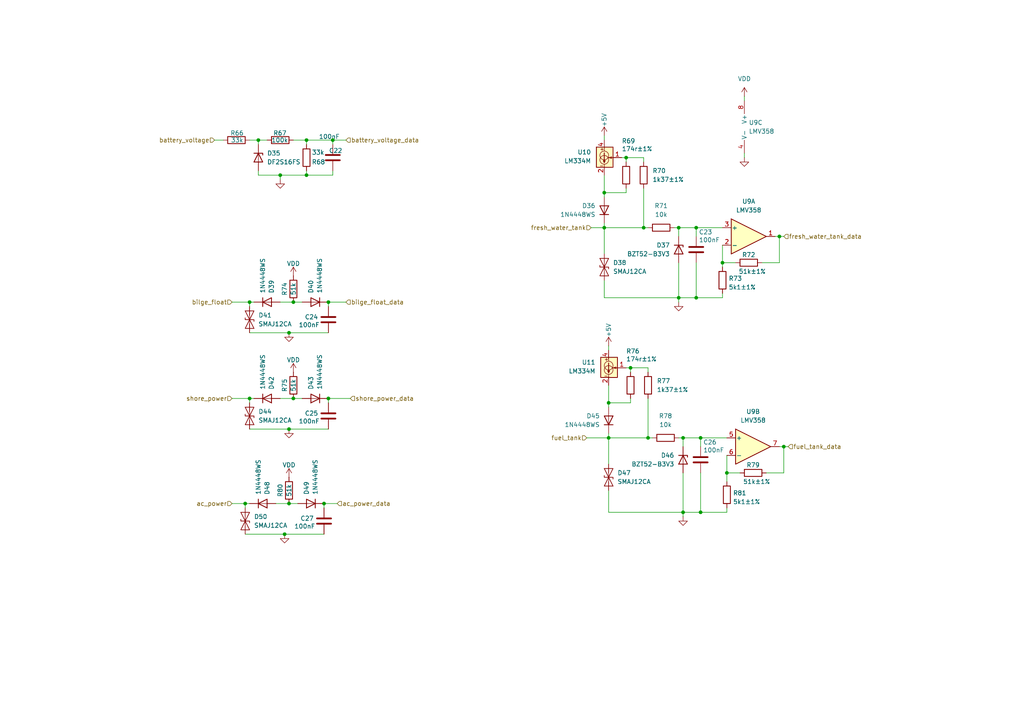
<source format=kicad_sch>
(kicad_sch (version 20250114) (generator "eeschema") (generator_version "9.0")
  (paper "A4")
  (lib_symbols
    (symbol "Amplifier_Operational:LMV358" (pin_names (offset 0.127))
      (property "Reference" "U" (at 0 5.08 0))
      (property "Value" "LMV358" (at 0 -5.08 0))
      (symbol "LMV358_1_1"
        (polyline (pts (xy -5.08 5.08) (xy 5.08 0) (xy -5.08 -5.08) (xy -5.08 5.08)) (stroke (width 0.254)) (fill (type background)))
        (pin input line (at -7.62 2.54 0) (length 2.54) (name "+") (number "3"))
        (pin input line (at -7.62 -2.54 0) (length 2.54) (name "-") (number "2"))
        (pin output line (at 7.62 0 180) (length 2.54) (name "~") (number "1"))
      )
      (symbol "LMV358_2_1"
        (polyline (pts (xy -5.08 5.08) (xy 5.08 0) (xy -5.08 -5.08) (xy -5.08 5.08)) (stroke (width 0.254)) (fill (type background)))
        (pin input line (at -7.62 2.54 0) (length 2.54) (name "+") (number "5"))
        (pin input line (at -7.62 -2.54 0) (length 2.54) (name "-") (number "6"))
        (pin output line (at 7.62 0 180) (length 2.54) (name "~") (number "7"))
      )
      (symbol "LMV358_3_1"
        (pin power_in line (at -2.54 7.62 270) (length 3.81) (name "V+") (number "8"))
        (pin power_in line (at -2.54 -7.62 90) (length 3.81) (name "V-") (number "4"))
      )
    )
    (symbol "Device:C" (pin_numbers (hide yes)) (pin_names (offset 0.254))
      (property "Reference" "C" (at 0.635 2.54 0))
      (property "Value" "C" (at 0.635 -2.54 0))
      (symbol "C_0_1"
        (polyline (pts (xy -2.032 0.762) (xy 2.032 0.762)) (stroke (width 0.508)))
        (polyline (pts (xy -2.032 -0.762) (xy 2.032 -0.762)) (stroke (width 0.508)))
      )
      (symbol "C_1_1"
        (pin passive line (at 0 3.81 270) (length 2.794) (name "~") (number "1"))
        (pin passive line (at 0 -3.81 90) (length 2.794) (name "~") (number "2"))
      )
    )
    (symbol "Device:D_Zener" (pin_numbers (hide yes)) (pin_names (offset 1.016) (hide yes))
      (property "Reference" "D" (at 0 2.54 0))
      (property "Value" "D_Zener" (at 0 -2.54 0))
      (symbol "D_Zener_0_1"
        (polyline (pts (xy -1.27 -1.27) (xy -1.27 1.27) (xy -0.762 1.27)) (stroke (width 0.254)))
        (polyline (pts (xy 1.27 0) (xy -1.27 0)))
        (polyline (pts (xy 1.27 -1.27) (xy 1.27 1.27) (xy -1.27 0) (xy 1.27 -1.27)) (stroke (width 0.254)))
      )
      (symbol "D_Zener_1_1"
        (pin passive line (at -3.81 0 0) (length 2.54) (name "K") (number "1"))
        (pin passive line (at 3.81 0 180) (length 2.54) (name "A") (number "2"))
      )
    )
    (symbol "Device:R" (pin_numbers (hide yes)) (pin_names (offset 0))
      (property "Reference" "R" (at 2.032 0 90))
      (property "Value" "R" (at 0 0 90))
      (symbol "R_0_1"
        (rectangle (start -1.016 -2.54) (end 1.016 2.54) (stroke (width 0.254)))
      )
      (symbol "R_1_1"
        (pin passive line (at 0 3.81 270) (length 1.27) (name "~") (number "1"))
        (pin passive line (at 0 -3.81 90) (length 1.27) (name "~") (number "2"))
      )
    )
    (symbol "Diode:1N4448WS" (pin_numbers (hide yes)) (pin_names (hide yes))
      (property "Reference" "D" (at 0 2.54 0))
      (property "Value" "1N4448WS" (at 0 -2.54 0))
      (symbol "1N4448WS_0_1"
        (polyline (pts (xy -1.27 1.27) (xy -1.27 -1.27)) (stroke (width 0.254)))
        (polyline (pts (xy 1.27 1.27) (xy 1.27 -1.27) (xy -1.27 0) (xy 1.27 1.27)) (stroke (width 0.254)))
        (polyline (pts (xy 1.27 0) (xy -1.27 0)))
      )
      (symbol "1N4448WS_1_1"
        (pin passive line (at -3.81 0 0) (length 2.54) (name "K") (number "1"))
        (pin passive line (at 3.81 0 180) (length 2.54) (name "A") (number "2"))
      )
    )
    (symbol "Diode:BZT52Bxx" (pin_numbers (hide yes)) (pin_names (hide yes))
      (property "Reference" "D" (at 0 2.54 0))
      (property "Value" "BZT52Bxx" (at 0 -2.54 0))
      (symbol "BZT52Bxx_0_1"
        (polyline (pts (xy -1.27 -1.27) (xy -1.27 1.27) (xy -0.762 1.27)) (stroke (width 0.254)))
        (polyline (pts (xy 1.27 0) (xy -1.27 0)))
        (polyline (pts (xy 1.27 -1.27) (xy 1.27 1.27) (xy -1.27 0) (xy 1.27 -1.27)) (stroke (width 0.254)))
      )
      (symbol "BZT52Bxx_1_1"
        (pin passive line (at -3.81 0 0) (length 2.54) (name "K") (number "1"))
        (pin passive line (at 3.81 0 180) (length 2.54) (name "A") (number "2"))
      )
    )
    (symbol "Diode:SMAJ12CA" (pin_numbers (hide yes)) (pin_names (offset 1.016) (hide yes))
      (property "Reference" "D" (at 0 2.54 0))
      (property "Value" "SMAJ12CA" (at 0 -2.54 0))
      (symbol "SMAJ12CA_0_1"
        (polyline (pts (xy -2.54 -1.27) (xy 0 0) (xy -2.54 1.27) (xy -2.54 -1.27)) (stroke (width 0.2032)))
        (polyline (pts (xy 0.508 1.27) (xy 0 1.27) (xy 0 -1.27) (xy -0.508 -1.27)) (stroke (width 0.2032)))
        (polyline (pts (xy 1.27 0) (xy -1.27 0)))
        (polyline (pts (xy 2.54 1.27) (xy 2.54 -1.27) (xy 0 0) (xy 2.54 1.27)) (stroke (width 0.2032)))
      )
      (symbol "SMAJ12CA_1_1"
        (pin passive line (at -3.81 0 0) (length 2.54) (name "A1") (number "1"))
        (pin passive line (at 3.81 0 180) (length 2.54) (name "A2") (number "2"))
      )
    )
    (symbol "Reference_Current:LM334M"
      (property "Reference" "U" (at 0.635 6.35 0))
      (property "Value" "LM334M" (at 0.635 4.445 0))
      (symbol "LM334M_0_1"
        (rectangle (start -2.286 3.048) (end 2.54 -2.794) (stroke (width 0.254)) (fill (type background)))
        (polyline (pts (xy -1.143 -2.413) (xy -0.381 -2.413)))
        (polyline (pts (xy -1.016 2.413) (xy -0.254 2.413)))
        (polyline (pts (xy -0.635 2.794) (xy -0.635 2.032)))
        (polyline (pts (xy 0 3.81) (xy 0 1.905)))
        (polyline (pts (xy 0 1.397) (xy 0 -1.397)) (stroke (width 0.254)))
        (circle (center 0 0.635) (radius 1.27))
        (circle (center 0 -0.635) (radius 1.27))
        (polyline (pts (xy 0 -1.397) (xy -0.254 -0.889) (xy 0.254 -0.889) (xy 0 -1.397)) (stroke (width 0.254)))
        (polyline (pts (xy 0 -1.905) (xy 0 -3.175)))
        (polyline (pts (xy 1.27 0) (xy 2.159 0.254) (xy 2.159 -0.254) (xy 1.27 0)))
        (polyline (pts (xy 5.08 0) (xy 1.27 0)))
      )
      (symbol "LM334M_1_1"
        (pin passive line (at 0 5.08 270) (length 2.54) (name "~") (number "4"))
        (pin passive line (at 0 -5.08 90) (length 2.54) (name "~") (number "2"))
        (pin passive line (at 0 -5.08 90) (length 2.54) (hide yes) (name "~") (number "3"))
        (pin passive line (at 0 -5.08 90) (length 2.54) (hide yes) (name "~") (number "6"))
        (pin passive line (at 0 -5.08 90) (length 2.54) (hide yes) (name "~") (number "7"))
        (pin passive line (at 5.08 0 180) (length 2.54) (name "~") (number "1"))
      )
    )
    (symbol "power:+5V" (power) (pin_numbers (hide yes)) (pin_names (offset 0) (hide yes))
      (property "Value" "+5V" (at 0 3.556 0))
      (symbol "+5V_0_1"
        (polyline (pts (xy -0.762 1.27) (xy 0 2.54)))
        (polyline (pts (xy 0 2.54) (xy 0.762 1.27)))
        (polyline (pts (xy 0 0) (xy 0 2.54)))
      )
      (symbol "+5V_1_1"
        (pin power_in line (at 0 0 90) (length 0) (name "~") (number "1"))
      )
    )
    (symbol "power:GND" (power) (pin_numbers (hide yes)) (pin_names (offset 0) (hide yes))
      (property "Value" "GND" (at 0 -3.81 0))
      (symbol "GND_0_1"
        (polyline (pts (xy 0 0) (xy 0 -1.27) (xy 1.27 -1.27) (xy 0 -2.54) (xy -1.27 -1.27) (xy 0 -1.27)))
      )
      (symbol "GND_1_1"
        (pin power_in line (at 0 0 270) (length 0) (name "~") (number "1"))
      )
    )
    (symbol "power:VDD" (power) (pin_numbers (hide yes)) (pin_names (offset 0) (hide yes))
      (property "Value" "VDD" (at 0 3.556 0))
      (symbol "VDD_0_1"
        (polyline (pts (xy -0.762 1.27) (xy 0 2.54)))
        (polyline (pts (xy 0 2.54) (xy 0.762 1.27)))
        (polyline (pts (xy 0 0) (xy 0 2.54)))
      )
      (symbol "VDD_1_1"
        (pin power_in line (at 0 0 90) (length 0) (name "~") (number "1"))
      )
    )
  )
  (junction (at 210.82 137.16))
  (junction (at 74.93 40.64))
  (junction (at 82.55 154.94))
  (junction (at 83.82 96.52))
  (junction (at 203.2 127))
  (junction (at 186.69 66.04))
  (junction (at 198.12 148.59))
  (junction (at 72.39 87.63))
  (junction (at 93.98 146.05))
  (junction (at 203.2 148.59))
  (junction (at 71.12 146.05))
  (junction (at 88.9 40.64))
  (junction (at 176.53 116.84))
  (junction (at 182.88 106.68))
  (junction (at 83.82 124.46))
  (junction (at 72.39 115.57))
  (junction (at 95.25 87.63))
  (junction (at 187.96 127))
  (junction (at 81.28 50.8))
  (junction (at 201.93 86.36))
  (junction (at 88.9 50.8))
  (junction (at 175.26 66.04))
  (junction (at 226.06 68.58))
  (junction (at 196.85 66.04))
  (junction (at 95.25 115.57))
  (junction (at 85.09 115.57))
  (junction (at 175.26 55.88))
  (junction (at 227.33 129.54))
  (junction (at 201.93 66.04))
  (junction (at 85.09 87.63))
  (junction (at 96.52 40.64))
  (junction (at 181.61 45.72))
  (junction (at 196.85 86.36))
  (junction (at 176.53 127))
  (junction (at 209.55 76.2))
  (junction (at 198.12 127))
  (junction (at 83.82 146.05))
  (wire (pts (xy 176.53 116.84) (xy 176.53 118.11)))
  (wire (pts (xy 203.2 137.16) (xy 203.2 148.59)))
  (wire (pts (xy 93.98 146.05) (xy 97.79 146.05)))
  (wire (pts (xy 187.96 115.57) (xy 187.96 127)))
  (wire (pts (xy 181.61 106.68) (xy 182.88 106.68)))
  (wire (pts (xy 186.69 66.04) (xy 187.96 66.04)))
  (wire (pts (xy 209.55 76.2) (xy 213.36 76.2)))
  (wire (pts (xy 67.31 115.57) (xy 72.39 115.57)))
  (wire (pts (xy 201.93 86.36) (xy 209.55 86.36)))
  (wire (pts (xy 176.53 111.76) (xy 176.53 116.84)))
  (wire (pts (xy 181.61 55.88) (xy 175.26 55.88)))
  (wire (pts (xy 83.82 146.05) (xy 86.36 146.05)))
  (wire (pts (xy 93.98 146.05) (xy 93.98 147.32)))
  (wire (pts (xy 62.23 40.64) (xy 64.77 40.64)))
  (wire (pts (xy 176.53 125.73) (xy 176.53 127)))
  (wire (pts (xy 187.96 127) (xy 189.23 127)))
  (wire (pts (xy 182.88 106.68) (xy 182.88 107.95)))
  (wire (pts (xy 74.93 40.64) (xy 77.47 40.64)))
  (wire (pts (xy 74.93 40.64) (xy 74.93 41.91)))
  (wire (pts (xy 175.26 39.37) (xy 175.26 40.64)))
  (wire (pts (xy 196.85 66.04) (xy 196.85 68.58)))
  (wire (pts (xy 82.55 154.94) (xy 93.98 154.94)))
  (wire (pts (xy 181.61 45.72) (xy 181.61 46.99)))
  (wire (pts (xy 96.52 41.91) (xy 96.52 40.64)))
  (wire (pts (xy 209.55 85.09) (xy 209.55 86.36)))
  (wire (pts (xy 209.55 76.2) (xy 209.55 77.47)))
  (wire (pts (xy 209.55 71.12) (xy 209.55 76.2)))
  (wire (pts (xy 220.98 76.2) (xy 226.06 76.2)))
  (wire (pts (xy 203.2 148.59) (xy 210.82 148.59)))
  (wire (pts (xy 175.26 66.04) (xy 186.69 66.04)))
  (wire (pts (xy 67.31 87.63) (xy 72.39 87.63)))
  (wire (pts (xy 182.88 106.68) (xy 187.96 106.68)))
  (wire (pts (xy 175.26 55.88) (xy 175.26 57.15)))
  (wire (pts (xy 72.39 88.9) (xy 72.39 87.63)))
  (wire (pts (xy 226.06 76.2) (xy 226.06 68.58)))
  (wire (pts (xy 81.28 50.8) (xy 81.28 52.07)))
  (wire (pts (xy 226.06 68.58) (xy 224.79 68.58)))
  (wire (pts (xy 88.9 49.53) (xy 88.9 50.8)))
  (wire (pts (xy 88.9 40.64) (xy 88.9 41.91)))
  (wire (pts (xy 67.31 146.05) (xy 71.12 146.05)))
  (wire (pts (xy 180.34 45.72) (xy 181.61 45.72)))
  (wire (pts (xy 175.26 86.36) (xy 196.85 86.36)))
  (wire (pts (xy 198.12 148.59) (xy 203.2 148.59)))
  (wire (pts (xy 85.09 115.57) (xy 87.63 115.57)))
  (wire (pts (xy 72.39 87.63) (xy 73.66 87.63)))
  (wire (pts (xy 198.12 137.16) (xy 198.12 148.59)))
  (wire (pts (xy 95.25 87.63) (xy 95.25 88.9)))
  (wire (pts (xy 210.82 137.16) (xy 210.82 139.7)))
  (wire (pts (xy 81.28 115.57) (xy 85.09 115.57)))
  (wire (pts (xy 175.26 86.36) (xy 175.26 81.28)))
  (wire (pts (xy 198.12 148.59) (xy 176.53 148.59)))
  (wire (pts (xy 227.33 137.16) (xy 227.33 129.54)))
  (wire (pts (xy 196.85 87.63) (xy 196.85 86.36)))
  (wire (pts (xy 96.52 49.53) (xy 96.52 50.8)))
  (wire (pts (xy 71.12 146.05) (xy 72.39 146.05)))
  (wire (pts (xy 196.85 66.04) (xy 201.93 66.04)))
  (wire (pts (xy 196.85 76.2) (xy 196.85 86.36)))
  (wire (pts (xy 72.39 124.46) (xy 83.82 124.46)))
  (wire (pts (xy 96.52 40.64) (xy 100.33 40.64)))
  (wire (pts (xy 175.26 66.04) (xy 175.26 73.66)))
  (wire (pts (xy 71.12 154.94) (xy 82.55 154.94)))
  (wire (pts (xy 222.25 137.16) (xy 227.33 137.16)))
  (wire (pts (xy 71.12 147.32) (xy 71.12 146.05)))
  (wire (pts (xy 72.39 40.64) (xy 74.93 40.64)))
  (wire (pts (xy 72.39 116.84) (xy 72.39 115.57)))
  (wire (pts (xy 88.9 40.64) (xy 96.52 40.64)))
  (wire (pts (xy 88.9 50.8) (xy 81.28 50.8)))
  (wire (pts (xy 215.9 44.45) (xy 215.9 45.72)))
  (wire (pts (xy 201.93 76.2) (xy 201.93 86.36)))
  (wire (pts (xy 95.25 115.57) (xy 95.25 116.84)))
  (wire (pts (xy 227.33 68.58) (xy 226.06 68.58)))
  (wire (pts (xy 203.2 129.54) (xy 203.2 127)))
  (wire (pts (xy 74.93 50.8) (xy 81.28 50.8)))
  (wire (pts (xy 198.12 127) (xy 198.12 129.54)))
  (wire (pts (xy 175.26 64.77) (xy 175.26 66.04)))
  (wire (pts (xy 181.61 45.72) (xy 186.69 45.72)))
  (wire (pts (xy 80.01 146.05) (xy 83.82 146.05)))
  (wire (pts (xy 210.82 137.16) (xy 214.63 137.16)))
  (wire (pts (xy 215.9 27.94) (xy 215.9 29.21)))
  (wire (pts (xy 88.9 50.8) (xy 96.52 50.8)))
  (wire (pts (xy 228.6 129.54) (xy 227.33 129.54)))
  (wire (pts (xy 203.2 127) (xy 210.82 127)))
  (wire (pts (xy 186.69 54.61) (xy 186.69 66.04)))
  (wire (pts (xy 186.69 46.99) (xy 186.69 45.72)))
  (wire (pts (xy 176.53 127) (xy 187.96 127)))
  (wire (pts (xy 182.88 115.57) (xy 182.88 116.84)))
  (wire (pts (xy 187.96 107.95) (xy 187.96 106.68)))
  (wire (pts (xy 195.58 66.04) (xy 196.85 66.04)))
  (wire (pts (xy 175.26 50.8) (xy 175.26 55.88)))
  (wire (pts (xy 74.93 49.53) (xy 74.93 50.8)))
  (wire (pts (xy 201.93 68.58) (xy 201.93 66.04)))
  (wire (pts (xy 196.85 86.36) (xy 201.93 86.36)))
  (wire (pts (xy 227.33 129.54) (xy 226.06 129.54)))
  (wire (pts (xy 101.6 115.57) (xy 95.25 115.57)))
  (wire (pts (xy 210.82 147.32) (xy 210.82 148.59)))
  (wire (pts (xy 176.53 148.59) (xy 176.53 142.24)))
  (wire (pts (xy 198.12 148.59) (xy 198.12 149.86)))
  (wire (pts (xy 81.28 87.63) (xy 85.09 87.63)))
  (wire (pts (xy 198.12 127) (xy 203.2 127)))
  (wire (pts (xy 176.53 100.33) (xy 176.53 101.6)))
  (wire (pts (xy 176.53 127) (xy 176.53 134.62)))
  (wire (pts (xy 171.45 66.04) (xy 175.26 66.04)))
  (wire (pts (xy 83.82 96.52) (xy 95.25 96.52)))
  (wire (pts (xy 72.39 115.57) (xy 73.66 115.57)))
  (wire (pts (xy 170.18 127) (xy 176.53 127)))
  (wire (pts (xy 181.61 54.61) (xy 181.61 55.88)))
  (wire (pts (xy 72.39 96.52) (xy 83.82 96.52)))
  (wire (pts (xy 182.88 116.84) (xy 176.53 116.84)))
  (wire (pts (xy 85.09 87.63) (xy 87.63 87.63)))
  (wire (pts (xy 95.25 87.63) (xy 100.33 87.63)))
  (wire (pts (xy 83.82 124.46) (xy 95.25 124.46)))
  (wire (pts (xy 201.93 66.04) (xy 209.55 66.04)))
  (wire (pts (xy 85.09 40.64) (xy 88.9 40.64)))
  (wire (pts (xy 196.85 127) (xy 198.12 127)))
  (wire (pts (xy 210.82 132.08) (xy 210.82 137.16)))
  (hierarchical_label "battery_voltage_data" (shape input) (at 100.33 40.64 0))
  (hierarchical_label "fresh_water_tank_data" (shape input) (at 227.33 68.58 0))
  (hierarchical_label "bilge_float" (shape input) (at 67.31 87.63 180))
  (hierarchical_label "battery_voltage" (shape input) (at 62.23 40.64 180))
  (hierarchical_label "bilge_float_data" (shape input) (at 100.33 87.63 0))
  (hierarchical_label "shore_power_data" (shape input) (at 101.6 115.57 0))
  (hierarchical_label "fuel_tank_data" (shape input) (at 228.6 129.54 0))
  (hierarchical_label "fuel_tank" (shape input) (at 170.18 127 180))
  (hierarchical_label "ac_power" (shape input) (at 67.31 146.05 180))
  (hierarchical_label "ac_power_data" (shape input) (at 97.79 146.05 0))
  (hierarchical_label "fresh_water_tank" (shape input) (at 171.45 66.04 180))
  (hierarchical_label "shore_power" (shape input) (at 67.31 115.57 180))
  (symbol (lib_id "power:GND") (at 83.82 96.52 0) (unit 1)
    (property "Reference" "#PWR097" (effects (hide yes)))
    (property "Value" "GND" (effects (hide yes)))
    (property "Description" "Power symbol creates a global label with name \"GND\" , ground" (effects (hide yes)))
  )
  (symbol (lib_id "power:VDD") (at 83.82 138.43 0) (unit 1)
    (property "Reference" "#PWR0101" (effects (hide yes)))
    (property "Value" "VDD" (at 83.82 134.874 0))
    (property "Description" "Power symbol creates a global label with name \"VDD\"" (effects (hide yes)))
  )
  (symbol (lib_id "power:GND") (at 83.82 124.46 0) (unit 1)
    (property "Reference" "#PWR0100" (effects (hide yes)))
    (property "Value" "GND" (effects (hide yes)))
    (property "Description" "Power symbol creates a global label with name \"GND\" , ground" (effects (hide yes)))
  )
  (symbol (lib_id "Diode:1N4448WS") (at 76.2 146.05 0) (mirror x) (unit 1)
    (property "Reference" "D48" (at 77.4701 143.51 90) (effects (justify right)))
    (property "Value" "1N4448WS" (at 74.9301 143.51 90) (effects (justify right)))
    (property "Footprint" "Diode_SMD:D_SOD-323_HandSoldering" (effects (hide yes)))
    (property "Datasheet" "https://www.vishay.com/docs/81387/1n4448ws.pdf" (effects (hide yes)))
    (property "Description" "75V 0.15A Small Signal Fast switching Diode, SOD-323" (effects (hide yes)))
    (property "Sim.Device" "D" (effects (hide yes)))
    (property "Sim.Pins" "1=K 2=A" (effects (hide yes)))
  )
  (symbol (lib_id "Diode:1N4448WS") (at 90.17 146.05 180) (unit 1)
    (property "Reference" "D49" (at 88.8999 143.51 90) (effects (justify right)))
    (property "Value" "1N4448WS" (at 91.4399 143.51 90) (effects (justify right)))
    (property "Footprint" "Diode_SMD:D_SOD-323_HandSoldering" (effects (hide yes)))
    (property "Datasheet" "https://www.vishay.com/docs/81387/1n4448ws.pdf" (effects (hide yes)))
    (property "Description" "75V 0.15A Small Signal Fast switching Diode, SOD-323" (effects (hide yes)))
    (property "Sim.Device" "D" (effects (hide yes)))
    (property "Sim.Pins" "1=K 2=A" (effects (hide yes)))
  )
  (symbol (lib_id "Diode:SMAJ12CA") (at 176.53 138.43 90) (unit 1)
    (property "Reference" "D47" (at 179.07 137.1599 90) (effects (justify right)))
    (property "Value" "SMAJ12CA" (at 179.07 139.6999 90) (effects (justify right)))
    (property "Footprint" "Diode_SMD:D_SMA" (effects (hide yes)))
    (property "Datasheet" "https://www.littelfuse.com/media?resourcetype=datasheets&itemid=75e32973-b177-4ee3-a0ff-cedaf1abdb93&filename=smaj-datasheet" (effects (hide yes)))
    (property "Description" "400W bidirectional Transient Voltage Suppressor, 12.0Vr, SMA(DO-214AC)" (effects (hide yes)))
  )
  (symbol (lib_id "Diode:1N4448WS") (at 77.47 87.63 0) (mirror x) (unit 1)
    (property "Reference" "D39" (at 78.7401 85.09 90) (effects (justify right)))
    (property "Value" "1N4448WS" (at 76.2001 85.09 90) (effects (justify right)))
    (property "Footprint" "Diode_SMD:D_SOD-323_HandSoldering" (effects (hide yes)))
    (property "Datasheet" "https://www.vishay.com/docs/81387/1n4448ws.pdf" (effects (hide yes)))
    (property "Description" "75V 0.15A Small Signal Fast switching Diode, SOD-323" (effects (hide yes)))
    (property "Sim.Device" "D" (effects (hide yes)))
    (property "Sim.Pins" "1=K 2=A" (effects (hide yes)))
  )
  (symbol (lib_id "Device:R") (at 186.69 50.8 0) (unit 1)
    (property "Reference" "R70" (at 189.23 49.5299 0) (effects (justify left)))
    (property "Value" "1k37±1%" (at 189.23 52.0699 0) (effects (justify left)))
    (property "Footprint" "Resistor_SMD:R_0805_2012Metric_Pad1.20x1.40mm_HandSolder" (effects (hide yes)))
    (property "Description" "Resistor" (effects (hide yes)))
  )
  (symbol (lib_id "Diode:SMAJ12CA") (at 72.39 92.71 90) (unit 1)
    (property "Reference" "D41" (at 74.93 91.4399 90) (effects (justify right)))
    (property "Value" "SMAJ12CA" (at 74.93 93.9799 90) (effects (justify right)))
    (property "Footprint" "Diode_SMD:D_SMA" (effects (hide yes)))
    (property "Datasheet" "https://www.littelfuse.com/media?resourcetype=datasheets&itemid=75e32973-b177-4ee3-a0ff-cedaf1abdb93&filename=smaj-datasheet" (effects (hide yes)))
    (property "Description" "400W bidirectional Transient Voltage Suppressor, 12.0Vr, SMA(DO-214AC)" (effects (hide yes)))
  )
  (symbol (lib_id "power:VDD") (at 215.9 27.94 0) (unit 1)
    (property "Reference" "#PWR090" (effects (hide yes)))
    (property "Value" "VDD" (at 215.9 22.86 0))
    (property "Description" "Power symbol creates a global label with name \"VDD\"" (effects (hide yes)))
  )
  (symbol (lib_id "Diode:1N4448WS") (at 91.44 87.63 180) (unit 1)
    (property "Reference" "D40" (at 90.1699 85.09 90) (effects (justify right)))
    (property "Value" "1N4448WS" (at 92.7099 85.09 90) (effects (justify right)))
    (property "Footprint" "Diode_SMD:D_SOD-323_HandSoldering" (effects (hide yes)))
    (property "Datasheet" "https://www.vishay.com/docs/81387/1n4448ws.pdf" (effects (hide yes)))
    (property "Description" "75V 0.15A Small Signal Fast switching Diode, SOD-323" (effects (hide yes)))
    (property "Sim.Device" "D" (effects (hide yes)))
    (property "Sim.Pins" "1=K 2=A" (effects (hide yes)))
  )
  (symbol (lib_id "power:+5V") (at 176.53 100.33 0) (unit 1)
    (property "Reference" "#PWR098" (effects (hide yes)))
    (property "Value" "+5V" (at 176.53 95.758 90))
    (property "Description" "Power symbol creates a global label with name \"+5V\"" (effects (hide yes)))
  )
  (symbol (lib_id "Device:R") (at 81.28 40.64 90) (unit 1)
    (property "Reference" "R67" (at 79.248 38.608 90) (effects (justify right)))
    (property "Value" "100k" (at 83.566 40.64 90) (effects (justify left)))
    (property "Footprint" "Resistor_SMD:R_0805_2012Metric_Pad1.20x1.40mm_HandSolder" (effects (hide yes)))
    (property "Description" "Resistor" (effects (hide yes)))
  )
  (symbol (lib_id "power:VDD") (at 85.09 107.95 0) (unit 1)
    (property "Reference" "#PWR099" (effects (hide yes)))
    (property "Value" "VDD" (at 85.09 104.394 0))
    (property "Description" "Power symbol creates a global label with name \"VDD\"" (effects (hide yes)))
  )
  (symbol (lib_id "Device:R") (at 209.55 81.28 180) (unit 1)
    (property "Reference" "R73" (at 211.328 80.772 0) (effects (justify right)))
    (property "Value" "5k1±1%" (at 211.328 83.312 0) (effects (justify right)))
    (property "Footprint" "Resistor_SMD:R_0603_1608Metric_Pad0.98x0.95mm_HandSolder" (effects (hide yes)))
    (property "Description" "Resistor" (effects (hide yes)))
  )
  (symbol (lib_id "Device:R") (at 210.82 143.51 180) (unit 1)
    (property "Reference" "R81" (at 212.598 143.002 0) (effects (justify right)))
    (property "Value" "5k1±1%" (at 212.598 145.542 0) (effects (justify right)))
    (property "Footprint" "Resistor_SMD:R_0603_1608Metric_Pad0.98x0.95mm_HandSolder" (effects (hide yes)))
    (property "Description" "Resistor" (effects (hide yes)))
  )
  (symbol (lib_id "Diode:1N4448WS") (at 91.44 115.57 180) (unit 1)
    (property "Reference" "D43" (at 90.1699 113.03 90) (effects (justify right)))
    (property "Value" "1N4448WS" (at 92.7099 113.03 90) (effects (justify right)))
    (property "Footprint" "Diode_SMD:D_SOD-323_HandSoldering" (effects (hide yes)))
    (property "Datasheet" "https://www.vishay.com/docs/81387/1n4448ws.pdf" (effects (hide yes)))
    (property "Description" "75V 0.15A Small Signal Fast switching Diode, SOD-323" (effects (hide yes)))
    (property "Sim.Device" "D" (effects (hide yes)))
    (property "Sim.Pins" "1=K 2=A" (effects (hide yes)))
  )
  (symbol (lib_id "Diode:SMAJ12CA") (at 71.12 151.13 90) (unit 1)
    (property "Reference" "D50" (at 73.66 149.8599 90) (effects (justify right)))
    (property "Value" "SMAJ12CA" (at 73.66 152.3999 90) (effects (justify right)))
    (property "Footprint" "Diode_SMD:D_SMA" (effects (hide yes)))
    (property "Datasheet" "https://www.littelfuse.com/media?resourcetype=datasheets&itemid=75e32973-b177-4ee3-a0ff-cedaf1abdb93&filename=smaj-datasheet" (effects (hide yes)))
    (property "Description" "400W bidirectional Transient Voltage Suppressor, 12.0Vr, SMA(DO-214AC)" (effects (hide yes)))
  )
  (symbol (lib_id "Diode:BZT52Bxx") (at 198.12 133.35 270) (unit 1)
    (property "Reference" "D46" (at 195.58 132.0799 90) (effects (justify right)))
    (property "Value" "BZT52-B3V3" (at 195.58 134.6199 90) (effects (justify right)))
    (property "Footprint" "Diode_SMD:D_SOD-123" (effects (hide yes)))
    (property "Datasheet" "https://diotec.com/tl_files/diotec/files/pdf/datasheets/bzt52b2v4.pdf" (effects (hide yes)))
    (property "Description" "500mW Zener Diode, SOD-123F" (effects (hide yes)))
  )
  (symbol (lib_id "power:+5V") (at 175.26 39.37 0) (unit 1)
    (property "Reference" "#PWR091" (effects (hide yes)))
    (property "Value" "+5V" (at 175.26 34.798 90))
    (property "Description" "Power symbol creates a global label with name \"+5V\"" (effects (hide yes)))
  )
  (symbol (lib_id "Device:R") (at 85.09 83.82 0) (mirror y) (unit 1)
    (property "Reference" "R74" (at 82.55 83.82 90))
    (property "Value" "51k" (at 85.09 83.82 90))
    (property "Footprint" "Resistor_SMD:R_0805_2012Metric_Pad1.20x1.40mm_HandSolder" (effects (hide yes)))
    (property "Description" "Resistor" (effects (hide yes)))
  )
  (symbol (lib_id "Amplifier_Operational:LMV358") (at 218.44 36.83 0) (unit 3)
    (property "Reference" "U9" (at 217.17 35.5599 0) (effects (justify left)))
    (property "Value" "LMV358" (at 217.17 38.0999 0) (effects (justify left)))
    (property "Footprint" "Package_SO:SOIC-8_3.9x4.9mm_P1.27mm" (effects (hide yes)))
    (property "Datasheet" "http://www.ti.com/lit/ds/symlink/lmv324.pdf" (effects (hide yes)))
    (property "Description" "Dual Low-Voltage Rail-to-Rail Output Operational Amplifiers, SOIC-8/SSOP-8" (effects (hide yes)))
  )
  (symbol (lib_id "Device:R") (at 182.88 111.76 0) (unit 1)
    (property "Reference" "R76" (at 181.61 101.854 0) (effects (justify left)))
    (property "Value" "174r±1%" (at 181.61 104.14 0) (effects (justify left)))
    (property "Footprint" "Resistor_SMD:R_0805_2012Metric_Pad1.20x1.40mm_HandSolder" (effects (hide yes)))
    (property "Description" "Resistor" (effects (hide yes)))
  )
  (symbol (lib_id "Amplifier_Operational:LMV358") (at 218.44 129.54 0) (unit 2)
    (property "Reference" "U9" (at 218.44 119.38 0))
    (property "Value" "LMV358" (at 218.44 121.92 0))
    (property "Footprint" "Package_SO:SOIC-8_3.9x4.9mm_P1.27mm" (effects (hide yes)))
    (property "Datasheet" "http://www.ti.com/lit/ds/symlink/lmv324.pdf" (effects (hide yes)))
    (property "Description" "Dual Low-Voltage Rail-to-Rail Output Operational Amplifiers, SOIC-8/SSOP-8" (effects (hide yes)))
  )
  (symbol (lib_id "Device:D_Zener") (at 74.93 45.72 270) (unit 1)
    (property "Reference" "D35" (at 77.47 44.4499 90) (effects (justify left)))
    (property "Value" "DF2S16FS" (at 77.47 46.9899 90) (effects (justify left)))
    (property "Footprint" "panel-library:D_SOD-923" (effects (hide yes)))
    (property "Description" "Zener diode" (effects (hide yes)))
  )
  (symbol (lib_id "power:GND") (at 198.12 149.86 0) (unit 1)
    (property "Reference" "#PWR0102" (effects (hide yes)))
    (property "Value" "GND" (effects (hide yes)))
    (property "Description" "Power symbol creates a global label with name \"GND\" , ground" (effects (hide yes)))
  )
  (symbol (lib_id "Diode:1N4448WS") (at 77.47 115.57 0) (mirror x) (unit 1)
    (property "Reference" "D42" (at 78.7401 113.03 90) (effects (justify right)))
    (property "Value" "1N4448WS" (at 76.2001 113.03 90) (effects (justify right)))
    (property "Footprint" "Diode_SMD:D_SOD-323_HandSoldering" (effects (hide yes)))
    (property "Datasheet" "https://www.vishay.com/docs/81387/1n4448ws.pdf" (effects (hide yes)))
    (property "Description" "75V 0.15A Small Signal Fast switching Diode, SOD-323" (effects (hide yes)))
    (property "Sim.Device" "D" (effects (hide yes)))
    (property "Sim.Pins" "1=K 2=A" (effects (hide yes)))
  )
  (symbol (lib_id "Device:R") (at 218.44 137.16 270) (unit 1)
    (property "Reference" "R79" (at 218.44 134.874 90))
    (property "Value" "51k±1%" (at 219.456 139.7 90))
    (property "Footprint" "Resistor_SMD:R_0603_1608Metric_Pad0.98x0.95mm_HandSolder" (effects (hide yes)))
    (property "Description" "Resistor" (effects (hide yes)))
  )
  (symbol (lib_id "Device:R") (at 181.61 50.8 0) (unit 1)
    (property "Reference" "R69" (at 180.34 40.894 0) (effects (justify left)))
    (property "Value" "174r±1%" (at 180.34 43.18 0) (effects (justify left)))
    (property "Footprint" "Resistor_SMD:R_0805_2012Metric_Pad1.20x1.40mm_HandSolder" (effects (hide yes)))
    (property "Description" "Resistor" (effects (hide yes)))
  )
  (symbol (lib_id "Device:R") (at 68.58 40.64 90) (unit 1)
    (property "Reference" "R66" (at 66.802 38.608 90) (effects (justify right)))
    (property "Value" "33k" (at 70.612 40.64 90) (effects (justify left)))
    (property "Footprint" "Resistor_SMD:R_0805_2012Metric_Pad1.20x1.40mm_HandSolder" (effects (hide yes)))
    (property "Description" "Resistor" (effects (hide yes)))
  )
  (symbol (lib_id "Device:C") (at 93.98 151.13 0) (unit 1)
    (property "Reference" "C27" (at 87.122 150.368 0) (effects (justify left)))
    (property "Value" "100nF" (at 85.344 152.654 0) (effects (justify left)))
    (property "Footprint" "Capacitor_SMD:C_0805_2012Metric_Pad1.18x1.45mm_HandSolder" (effects (hide yes)))
    (property "Description" "Unpolarized capacitor" (effects (hide yes)))
  )
  (symbol (lib_id "power:GND") (at 196.85 87.63 0) (unit 1)
    (property "Reference" "#PWR096" (effects (hide yes)))
    (property "Value" "GND" (effects (hide yes)))
    (property "Description" "Power symbol creates a global label with name \"GND\" , ground" (effects (hide yes)))
  )
  (symbol (lib_id "Device:C") (at 96.52 45.72 180) (unit 1)
    (property "Reference" "C22" (at 99.314 43.688 0) (effects (justify left)))
    (property "Value" "100nF" (at 98.552 39.624 0) (effects (justify left)))
    (property "Footprint" "Capacitor_SMD:C_0805_2012Metric_Pad1.18x1.45mm_HandSolder" (effects (hide yes)))
    (property "Description" "Unpolarized capacitor" (effects (hide yes)))
  )
  (symbol (lib_id "Device:R") (at 191.77 66.04 90) (unit 1)
    (property "Reference" "R71" (at 191.77 59.69 90))
    (property "Value" "10k" (at 191.77 62.23 90))
    (property "Footprint" "Resistor_SMD:R_0805_2012Metric_Pad1.20x1.40mm_HandSolder" (effects (hide yes)))
    (property "Description" "Resistor" (effects (hide yes)))
  )
  (symbol (lib_id "power:GND") (at 215.9 45.72 0) (unit 1)
    (property "Reference" "#PWR092" (effects (hide yes)))
    (property "Value" "GND" (effects (hide yes)))
    (property "Description" "Power symbol creates a global label with name \"GND\" , ground" (effects (hide yes)))
  )
  (symbol (lib_id "Reference_Current:LM334M") (at 176.53 106.68 0) (unit 1)
    (property "Reference" "U11" (at 172.72 105.0924 0) (effects (justify right)))
    (property "Value" "LM334M" (at 172.72 107.6324 0) (effects (justify right)))
    (property "Footprint" "Package_SO:SOIC-8_3.9x4.9mm_P1.27mm" (effects (hide yes)))
    (property "Datasheet" "http://www.ti.com/lit/ds/symlink/lm134.pdf" (effects (hide yes)))
    (property "Description" "1μA to 10mA 3-Terminal Adjustable Current Source, SO-8" (effects (hide yes)))
  )
  (symbol (lib_id "power:GND") (at 81.28 52.07 0) (unit 1)
    (property "Reference" "#PWR094" (effects (hide yes)))
    (property "Value" "GND" (effects (hide yes)))
    (property "Description" "Power symbol creates a global label with name \"GND\" , ground" (effects (hide yes)))
  )
  (symbol (lib_id "Device:R") (at 85.09 111.76 0) (mirror y) (unit 1)
    (property "Reference" "R75" (at 82.55 111.76 90))
    (property "Value" "51k" (at 85.09 111.76 90))
    (property "Footprint" "Resistor_SMD:R_0805_2012Metric_Pad1.20x1.40mm_HandSolder" (effects (hide yes)))
    (property "Description" "Resistor" (effects (hide yes)))
  )
  (symbol (lib_id "Diode:SMAJ12CA") (at 72.39 120.65 90) (unit 1)
    (property "Reference" "D44" (at 74.93 119.3799 90) (effects (justify right)))
    (property "Value" "SMAJ12CA" (at 74.93 121.9199 90) (effects (justify right)))
    (property "Footprint" "Diode_SMD:D_SMA" (effects (hide yes)))
    (property "Datasheet" "https://www.littelfuse.com/media?resourcetype=datasheets&itemid=75e32973-b177-4ee3-a0ff-cedaf1abdb93&filename=smaj-datasheet" (effects (hide yes)))
    (property "Description" "400W bidirectional Transient Voltage Suppressor, 12.0Vr, SMA(DO-214AC)" (effects (hide yes)))
  )
  (symbol (lib_id "Device:R") (at 187.96 111.76 0) (unit 1)
    (property "Reference" "R77" (at 190.5 110.4899 0) (effects (justify left)))
    (property "Value" "1k37±1%" (at 190.5 113.0299 0) (effects (justify left)))
    (property "Footprint" "Resistor_SMD:R_0805_2012Metric_Pad1.20x1.40mm_HandSolder" (effects (hide yes)))
    (property "Description" "Resistor" (effects (hide yes)))
  )
  (symbol (lib_id "Reference_Current:LM334M") (at 175.26 45.72 0) (unit 1)
    (property "Reference" "U10" (at 171.45 44.1324 0) (effects (justify right)))
    (property "Value" "LM334M" (at 171.45 46.6724 0) (effects (justify right)))
    (property "Footprint" "Package_SO:SOIC-8_3.9x4.9mm_P1.27mm" (effects (hide yes)))
    (property "Datasheet" "http://www.ti.com/lit/ds/symlink/lm134.pdf" (effects (hide yes)))
    (property "Description" "1μA to 10mA 3-Terminal Adjustable Current Source, SO-8" (effects (hide yes)))
  )
  (symbol (lib_id "Device:C") (at 201.93 72.39 0) (unit 1)
    (property "Reference" "C23" (at 202.692 67.31 0) (effects (justify left)))
    (property "Value" "100nF" (at 202.692 69.596 0) (effects (justify left)))
    (property "Footprint" "Capacitor_SMD:C_0805_2012Metric_Pad1.18x1.45mm_HandSolder" (effects (hide yes)))
    (property "Description" "Unpolarized capacitor" (effects (hide yes)))
  )
  (symbol (lib_id "Diode:1N4448WS") (at 175.26 60.96 270) (mirror x) (unit 1)
    (property "Reference" "D36" (at 172.72 59.6899 90) (effects (justify right)))
    (property "Value" "1N4448WS" (at 172.72 62.2299 90) (effects (justify right)))
    (property "Footprint" "Diode_SMD:D_SOD-323_HandSoldering" (effects (hide yes)))
    (property "Datasheet" "https://www.vishay.com/docs/81387/1n4448ws.pdf" (effects (hide yes)))
    (property "Description" "75V 0.15A Small Signal Fast switching Diode, SOD-323" (effects (hide yes)))
    (property "Sim.Device" "D" (effects (hide yes)))
    (property "Sim.Pins" "1=K 2=A" (effects (hide yes)))
  )
  (symbol (lib_id "Amplifier_Operational:LMV358") (at 217.17 68.58 0) (unit 1)
    (property "Reference" "U9" (at 217.17 58.42 0))
    (property "Value" "LMV358" (at 217.17 60.96 0))
    (property "Footprint" "Package_SO:SOIC-8_3.9x4.9mm_P1.27mm" (effects (hide yes)))
    (property "Datasheet" "http://www.ti.com/lit/ds/symlink/lmv324.pdf" (effects (hide yes)))
    (property "Description" "Dual Low-Voltage Rail-to-Rail Output Operational Amplifiers, SOIC-8/SSOP-8" (effects (hide yes)))
  )
  (symbol (lib_id "Device:R") (at 193.04 127 90) (unit 1)
    (property "Reference" "R78" (at 193.04 120.65 90))
    (property "Value" "10k" (at 193.04 123.19 90))
    (property "Footprint" "Resistor_SMD:R_0805_2012Metric_Pad1.20x1.40mm_HandSolder" (effects (hide yes)))
    (property "Description" "Resistor" (effects (hide yes)))
  )
  (symbol (lib_id "Device:C") (at 203.2 133.35 0) (unit 1)
    (property "Reference" "C26" (at 203.962 128.27 0) (effects (justify left)))
    (property "Value" "100nF" (at 203.962 130.556 0) (effects (justify left)))
    (property "Footprint" "Capacitor_SMD:C_0805_2012Metric_Pad1.18x1.45mm_HandSolder" (effects (hide yes)))
    (property "Description" "Unpolarized capacitor" (effects (hide yes)))
  )
  (symbol (lib_id "Device:R") (at 88.9 45.72 0) (mirror x) (unit 1)
    (property "Reference" "R68" (at 90.424 46.99 0) (effects (justify left)))
    (property "Value" "33k" (at 90.424 44.196 0) (effects (justify left)))
    (property "Footprint" "Resistor_SMD:R_0805_2012Metric_Pad1.20x1.40mm_HandSolder" (effects (hide yes)))
    (property "Description" "Resistor" (effects (hide yes)))
  )
  (symbol (lib_id "power:GND") (at 82.55 154.94 0) (unit 1)
    (property "Reference" "#PWR0103" (effects (hide yes)))
    (property "Value" "GND" (effects (hide yes)))
    (property "Description" "Power symbol creates a global label with name \"GND\" , ground" (effects (hide yes)))
  )
  (symbol (lib_id "Device:C") (at 95.25 120.65 0) (unit 1)
    (property "Reference" "C25" (at 88.392 119.888 0) (effects (justify left)))
    (property "Value" "100nF" (at 86.614 122.174 0) (effects (justify left)))
    (property "Footprint" "Capacitor_SMD:C_0805_2012Metric_Pad1.18x1.45mm_HandSolder" (effects (hide yes)))
    (property "Description" "Unpolarized capacitor" (effects (hide yes)))
  )
  (symbol (lib_id "Device:C") (at 95.25 92.71 0) (unit 1)
    (property "Reference" "C24" (at 88.392 91.948 0) (effects (justify left)))
    (property "Value" "100nF" (at 86.614 94.234 0) (effects (justify left)))
    (property "Footprint" "Capacitor_SMD:C_0805_2012Metric_Pad1.18x1.45mm_HandSolder" (effects (hide yes)))
    (property "Description" "Unpolarized capacitor" (effects (hide yes)))
  )
  (symbol (lib_id "power:VDD") (at 85.09 80.01 0) (unit 1)
    (property "Reference" "#PWR095" (effects (hide yes)))
    (property "Value" "VDD" (at 85.09 76.454 0))
    (property "Description" "Power symbol creates a global label with name \"VDD\"" (effects (hide yes)))
  )
  (symbol (lib_id "Device:R") (at 83.82 142.24 0) (mirror y) (unit 1)
    (property "Reference" "R80" (at 81.28 142.24 90))
    (property "Value" "51k" (at 83.82 142.24 90))
    (property "Footprint" "Resistor_SMD:R_0805_2012Metric_Pad1.20x1.40mm_HandSolder" (effects (hide yes)))
    (property "Description" "Resistor" (effects (hide yes)))
  )
  (symbol (lib_id "Diode:BZT52Bxx") (at 196.85 72.39 270) (unit 1)
    (property "Reference" "D37" (at 194.31 71.1199 90) (effects (justify right)))
    (property "Value" "BZT52-B3V3" (at 194.31 73.6599 90) (effects (justify right)))
    (property "Footprint" "Diode_SMD:D_SOD-123" (effects (hide yes)))
    (property "Datasheet" "https://diotec.com/tl_files/diotec/files/pdf/datasheets/bzt52b2v4.pdf" (effects (hide yes)))
    (property "Description" "500mW Zener Diode, SOD-123F" (effects (hide yes)))
  )
  (symbol (lib_id "Diode:1N4448WS") (at 176.53 121.92 270) (mirror x) (unit 1)
    (property "Reference" "D45" (at 173.99 120.6499 90) (effects (justify right)))
    (property "Value" "1N4448WS" (at 173.99 123.1899 90) (effects (justify right)))
    (property "Footprint" "Diode_SMD:D_SOD-323_HandSoldering" (effects (hide yes)))
    (property "Datasheet" "https://www.vishay.com/docs/81387/1n4448ws.pdf" (effects (hide yes)))
    (property "Description" "75V 0.15A Small Signal Fast switching Diode, SOD-323" (effects (hide yes)))
    (property "Sim.Device" "D" (effects (hide yes)))
    (property "Sim.Pins" "1=K 2=A" (effects (hide yes)))
  )
  (symbol (lib_id "Device:R") (at 217.17 76.2 270) (unit 1)
    (property "Reference" "R72" (at 217.17 73.914 90))
    (property "Value" "51k±1%" (at 218.186 78.74 90))
    (property "Footprint" "Resistor_SMD:R_0603_1608Metric_Pad0.98x0.95mm_HandSolder" (effects (hide yes)))
    (property "Description" "Resistor" (effects (hide yes)))
  )
  (symbol (lib_id "Diode:SMAJ12CA") (at 175.26 77.47 90) (unit 1)
    (property "Reference" "D38" (at 177.8 76.1999 90) (effects (justify right)))
    (property "Value" "SMAJ12CA" (at 177.8 78.7399 90) (effects (justify right)))
    (property "Footprint" "Diode_SMD:D_SMA" (effects (hide yes)))
    (property "Datasheet" "https://www.littelfuse.com/media?resourcetype=datasheets&itemid=75e32973-b177-4ee3-a0ff-cedaf1abdb93&filename=smaj-datasheet" (effects (hide yes)))
    (property "Description" "400W bidirectional Transient Voltage Suppressor, 12.0Vr, SMA(DO-214AC)" (effects (hide yes)))
  )
)
</source>
